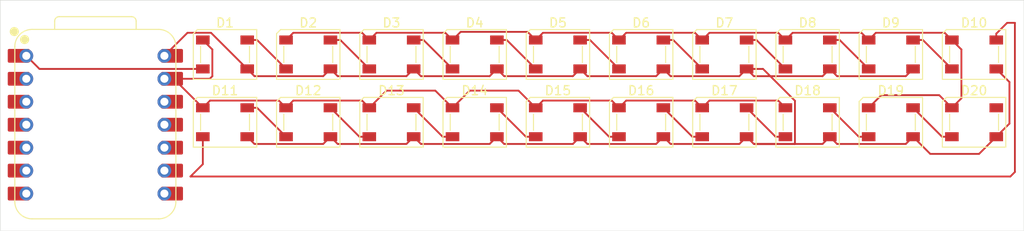
<source format=kicad_pcb>
(kicad_pcb (version 20241229) (generator "pcbnew") (generator_version "9.0")
  (layers (0 "F.Cu" signal) (2 "B.Cu" signal) (13 "F.Paste" user) (15 "B.Paste" user) (5 "F.SilkS" user "F.Silkscreen") (7 "B.SilkS" user "B.Silkscreen") (1 "F.Mask" user) (3 "B.Mask" user) (25 "Edge.Cuts" user))
  (net 0 "")
  (net 1 "Net-(D1-DIN)")
  (net 2 "Net-(D1-DOUT)")
  (net 3 "Net-(D2-DOUT)")
  (net 4 "Net-(D3-DOUT)")
  (net 5 "Net-(D4-DOUT)")
  (net 6 "Net-(D5-DOUT)")
  (net 7 "Net-(D6-DOUT)")
  (net 8 "Net-(D7-DOUT)")
  (net 9 "Net-(D8-DOUT)")
  (net 10 "Net-(D10-DIN)")
  (net 11 "Net-(D10-DOUT)")
  (net 12 "Net-(D11-DOUT)")
  (net 13 "Net-(D12-DOUT)")
  (net 14 "Net-(D13-DOUT)")
  (net 15 "Net-(D14-DOUT)")
  (net 16 "Net-(D15-DOUT)")
  (net 17 "Net-(D16-DOUT)")
  (net 18 "Net-(D17-DOUT)")
  (net 19 "Net-(D18-DOUT)")
  (net 20 "Net-(D19-DOUT)")
  (net 29 "+5V")
  (net 34 "GND")
  (footprint "LED_SMD:LED_SK6812_PLCC4_5.0x5.0mm_P3.2mm" (layer "F.Cu") (at 95.873684 100)
    (property "Reference" "D4" (at 0 -3.5 0) (layer "F.SilkS"))
    (property "Value" "SK6812")
    (fp_line (start -3.5 -2.3) (end -3.5 2.75) (stroke (width 0.12)) (layer "F.SilkS"))
    (fp_line (start -3.05 -2.75) (end -3.5 -2.3) (stroke (width 0.12)) (layer "F.SilkS"))
    (fp_line (start -2.7 -0.9) (end -2.7 0.9) (stroke (width 0.12)) (layer "F.SilkS"))
    (fp_line (start 2.7 -0.9) (end 2.7 0.9) (stroke (width 0.12)) (layer "F.SilkS"))
    (fp_line (start 3.5 -2.75) (end -3.05 -2.75) (stroke (width 0.12)) (layer "F.SilkS"))
    (fp_line (start 3.5 2.75) (end -3.5 2.75) (stroke (width 0.12)) (layer "F.SilkS"))
    (fp_line (start 3.5 2.75) (end 3.5 -2.75) (stroke (width 0.12)) (layer "F.SilkS"))
    (pad "1" smd rect (at -2.45 -1.6 180) (size 1.5 1) (layers "F.Cu" "F.Mask" "F.Paste") (net 34 "GND"))
    (pad "2" smd rect (at -2.45 1.6 180) (size 1.5 1) (layers "F.Cu" "F.Mask" "F.Paste") (net 4 "Net-(D3-DOUT)"))
    (pad "3" smd rect (at 2.45 1.6 180) (size 1.5 1) (layers "F.Cu" "F.Mask" "F.Paste") (net 29 "+5V"))
    (pad "4" smd rect (at 2.45 -1.6 180) (size 1.5 1) (layers "F.Cu" "F.Mask" "F.Paste") (net 5 "Net-(D4-DOUT)"))
  )
  (footprint "LED_SMD:LED_SK6812_PLCC4_5.0x5.0mm_P3.2mm" (layer "F.Cu") (at 77.5 107.5)
    (property "Reference" "D12" (at 0 -3.5 0) (layer "F.SilkS"))
    (property "Value" "SK6812")
    (fp_line (start -3.5 -2.3) (end -3.5 2.75) (stroke (width 0.12)) (layer "F.SilkS"))
    (fp_line (start -3.05 -2.75) (end -3.5 -2.3) (stroke (width 0.12)) (layer "F.SilkS"))
    (fp_line (start -2.7 -0.9) (end -2.7 0.9) (stroke (width 0.12)) (layer "F.SilkS"))
    (fp_line (start 2.7 -0.9) (end 2.7 0.9) (stroke (width 0.12)) (layer "F.SilkS"))
    (fp_line (start 3.5 -2.75) (end -3.05 -2.75) (stroke (width 0.12)) (layer "F.SilkS"))
    (fp_line (start 3.5 2.75) (end -3.5 2.75) (stroke (width 0.12)) (layer "F.SilkS"))
    (fp_line (start 3.5 2.75) (end 3.5 -2.75) (stroke (width 0.12)) (layer "F.SilkS"))
    (pad "1" smd rect (at -2.45 -1.6 180) (size 1.5 1) (layers "F.Cu" "F.Mask" "F.Paste") (net 34 "GND"))
    (pad "2" smd rect (at -2.45 1.6 180) (size 1.5 1) (layers "F.Cu" "F.Mask" "F.Paste") (net 12 "Net-(D11-DOUT)"))
    (pad "3" smd rect (at 2.45 1.6 180) (size 1.5 1) (layers "F.Cu" "F.Mask" "F.Paste") (net 29 "+5V"))
    (pad "4" smd rect (at 2.45 -1.6 180) (size 1.5 1) (layers "F.Cu" "F.Mask" "F.Paste") (net 13 "Net-(D12-DOUT)"))
  )
  (footprint "LED_SMD:LED_SK6812_PLCC4_5.0x5.0mm_P3.2mm" (layer "F.Cu") (at 132.621053 100)
    (property "Reference" "D8" (at 0 -3.5 0) (layer "F.SilkS"))
    (property "Value" "SK6812")
    (fp_line (start -3.5 -2.3) (end -3.5 2.75) (stroke (width 0.12)) (layer "F.SilkS"))
    (fp_line (start -3.05 -2.75) (end -3.5 -2.3) (stroke (width 0.12)) (layer "F.SilkS"))
    (fp_line (start -2.7 -0.9) (end -2.7 0.9) (stroke (width 0.12)) (layer "F.SilkS"))
    (fp_line (start 2.7 -0.9) (end 2.7 0.9) (stroke (width 0.12)) (layer "F.SilkS"))
    (fp_line (start 3.5 -2.75) (end -3.05 -2.75) (stroke (width 0.12)) (layer "F.SilkS"))
    (fp_line (start 3.5 2.75) (end -3.5 2.75) (stroke (width 0.12)) (layer "F.SilkS"))
    (fp_line (start 3.5 2.75) (end 3.5 -2.75) (stroke (width 0.12)) (layer "F.SilkS"))
    (pad "1" smd rect (at -2.45 -1.6 180) (size 1.5 1) (layers "F.Cu" "F.Mask" "F.Paste") (net 34 "GND"))
    (pad "2" smd rect (at -2.45 1.6 180) (size 1.5 1) (layers "F.Cu" "F.Mask" "F.Paste") (net 8 "Net-(D7-DOUT)"))
    (pad "3" smd rect (at 2.45 1.6 180) (size 1.5 1) (layers "F.Cu" "F.Mask" "F.Paste") (net 29 "+5V"))
    (pad "4" smd rect (at 2.45 -1.6 180) (size 1.5 1) (layers "F.Cu" "F.Mask" "F.Paste") (net 9 "Net-(D8-DOUT)"))
  )
  (footprint "Custom:XIAO-RP2040-DIP" (layer "F.Cu") (at 54 107.7685)
    (property "Reference" "U1" (hide yes))
    (property "Value" "XIAO-RP2040-DIP")
    (fp_line (start -8.89 8.509) (end -8.89 -8.636) (stroke (width 0.127)) (layer "F.SilkS"))
    (fp_line (start -6.985 10.414) (end 6.985 10.414) (stroke (width 0.127)) (layer "F.SilkS"))
    (fp_line (start -4.495 -10.541) (end -4.491272 -11.451272) (stroke (width 0.127)) (layer "F.SilkS"))
    (fp_line (start -3.991272 -11.951) (end 4.004 -11.951) (stroke (width 0.127)) (layer "F.SilkS"))
    (fp_line (start 4.504 -11.451) (end 4.504 -10.541) (stroke (width 0.127)) (layer "F.SilkS"))
    (fp_line (start 6.985 -10.541) (end -6.985 -10.541) (stroke (width 0.1)) (layer "F.SilkS"))
    (fp_line (start 6.985 -10.541) (end -6.985 -10.541) (stroke (width 0.127)) (layer "F.SilkS"))
    (fp_line (start 8.89 8.509) (end 8.89 -8.636) (stroke (width 0.127)) (layer "F.SilkS"))
    (fp_arc (start -8.89 -8.636) (mid -8.332038 -9.983038) (end -6.985 -10.541) (stroke (width 0.127)) (layer "F.SilkS"))
    (fp_arc (start -6.985 10.414) (mid -8.332038 9.856038) (end -8.89 8.509) (stroke (width 0.127)) (layer "F.SilkS"))
    (fp_arc (start -4.491272 -11.451272) (mid -4.344728 -11.80464) (end -3.991272 -11.951) (stroke (width 0.127)) (layer "F.SilkS"))
    (fp_arc (start 4.004 -11.951) (mid 4.357553 -11.804553) (end 4.504 -11.451) (stroke (width 0.127)) (layer "F.SilkS"))
    (fp_arc (start 6.985 -10.541) (mid 8.332038 -9.983038) (end 8.89 -8.636) (stroke (width 0.127)) (layer "F.SilkS"))
    (fp_arc (start 8.89 8.509) (mid 8.332038 9.856038) (end 6.985 10.414) (stroke (width 0.127)) (layer "F.SilkS"))
    (fp_circle (center -8.95 -10.3) (end -8.95 -10.554) (stroke (width 0.5)) (fill yes) (layer "F.SilkS"))
    (fp_circle (center -7.807 -9.42) (end -7.807 -9.674) (stroke (width 0.5)) (fill yes) (layer "F.SilkS"))
    (pad "1" smd roundrect (at -8.455 -7.62 180) (size 2.432 1.524) (layers "F.Cu" "F.Mask") (roundrect_rratio 0.1) (net 1 "Net-(D1-DIN)"))
    (pad "1" thru_hole circle (at -7.62 -7.62 180) (size 1.524 1.524) (drill 0.889) (layers "*.Cu" "*.Mask") (net 1 "Net-(D1-DIN)"))
    (pad "2" smd roundrect (at -8.455 -5.08 180) (size 2.432 1.524) (layers "F.Cu" "F.Mask") (roundrect_rratio 0.1))
    (pad "2" thru_hole circle (at -7.62 -5.08 180) (size 1.524 1.524) (drill 0.889) (layers "*.Cu" "*.Mask"))
    (pad "3" smd roundrect (at -8.455 -2.54 180) (size 2.432 1.524) (layers "F.Cu" "F.Mask") (roundrect_rratio 0.1))
    (pad "3" thru_hole circle (at -7.62 -2.54 180) (size 1.524 1.524) (drill 0.889) (layers "*.Cu" "*.Mask"))
    (pad "4" smd roundrect (at -8.455 0 180) (size 2.432 1.524) (layers "F.Cu" "F.Mask") (roundrect_rratio 0.1))
    (pad "4" thru_hole circle (at -7.62 0 180) (size 1.524 1.524) (drill 0.889) (layers "*.Cu" "*.Mask"))
    (pad "5" smd roundrect (at -8.455 2.54 180) (size 2.432 1.524) (layers "F.Cu" "F.Mask") (roundrect_rratio 0.1))
    (pad "5" thru_hole circle (at -7.62 2.54 180) (size 1.524 1.524) (drill 0.889) (layers "*.Cu" "*.Mask"))
    (pad "6" smd roundrect (at -8.455 5.08 180) (size 2.432 1.524) (layers "F.Cu" "F.Mask") (roundrect_rratio 0.1))
    (pad "6" thru_hole circle (at -7.62 5.08 180) (size 1.524 1.524) (drill 0.889) (layers "*.Cu" "*.Mask"))
    (pad "7" smd roundrect (at -8.455 7.62 180) (size 2.432 1.524) (layers "F.Cu" "F.Mask") (roundrect_rratio 0.1))
    (pad "7" thru_hole circle (at -7.62 7.62 180) (size 1.524 1.524) (drill 0.889) (layers "*.Cu" "*.Mask"))
    (pad "8" thru_hole circle (at 7.62 7.62) (size 1.524 1.524) (drill 0.889) (layers "*.Cu" "*.Mask"))
    (pad "8" smd roundrect (at 8.455 7.62) (size 2.432 1.524) (layers "F.Cu" "F.Mask") (roundrect_rratio 0.1))
    (pad "9" thru_hole circle (at 7.62 5.08) (size 1.524 1.524) (drill 0.889) (layers "*.Cu" "*.Mask"))
    (pad "9" smd roundrect (at 8.455 5.08) (size 2.432 1.524) (layers "F.Cu" "F.Mask") (roundrect_rratio 0.1))
    (pad "10" thru_hole circle (at 7.62 2.54) (size 1.524 1.524) (drill 0.889) (layers "*.Cu" "*.Mask"))
    (pad "10" smd roundrect (at 8.455 2.54) (size 2.432 1.524) (layers "F.Cu" "F.Mask") (roundrect_rratio 0.1))
    (pad "11" thru_hole circle (at 7.62 0) (size 1.524 1.524) (drill 0.889) (layers "*.Cu" "*.Mask"))
    (pad "11" smd roundrect (at 8.455 0) (size 2.432 1.524) (layers "F.Cu" "F.Mask") (roundrect_rratio 0.1))
    (pad "12" thru_hole circle (at 7.62 -2.54) (size 1.524 1.524) (drill 0.889) (layers "*.Cu" "*.Mask"))
    (pad "12" smd roundrect (at 8.455 -2.54) (size 2.432 1.524) (layers "F.Cu" "F.Mask") (roundrect_rratio 0.1))
    (pad "13" thru_hole circle (at 7.62 -5.08) (size 1.524 1.524) (drill 0.889) (layers "*.Cu" "*.Mask") (net 34 "GND"))
    (pad "13" smd roundrect (at 8.455 -5.08) (size 2.432 1.524) (layers "F.Cu" "F.Mask") (roundrect_rratio 0.1) (net 34 "GND"))
    (pad "14" thru_hole circle (at 7.62 -7.62) (size 1.524 1.524) (drill 0.889) (layers "*.Cu" "*.Mask") (net 29 "+5V"))
    (pad "14" smd roundrect (at 8.455 -7.62) (size 2.432 1.524) (layers "F.Cu" "F.Mask") (roundrect_rratio 0.1) (net 29 "+5V"))
  )
  (footprint "LED_SMD:LED_SK6812_PLCC4_5.0x5.0mm_P3.2mm" (layer "F.Cu") (at 123.434211 100)
    (property "Reference" "D7" (at 0 -3.5 0) (layer "F.SilkS"))
    (property "Value" "SK6812")
    (fp_line (start -3.5 -2.3) (end -3.5 2.75) (stroke (width 0.12)) (layer "F.SilkS"))
    (fp_line (start -3.05 -2.75) (end -3.5 -2.3) (stroke (width 0.12)) (layer "F.SilkS"))
    (fp_line (start -2.7 -0.9) (end -2.7 0.9) (stroke (width 0.12)) (layer "F.SilkS"))
    (fp_line (start 2.7 -0.9) (end 2.7 0.9) (stroke (width 0.12)) (layer "F.SilkS"))
    (fp_line (start 3.5 -2.75) (end -3.05 -2.75) (stroke (width 0.12)) (layer "F.SilkS"))
    (fp_line (start 3.5 2.75) (end -3.5 2.75) (stroke (width 0.12)) (layer "F.SilkS"))
    (fp_line (start 3.5 2.75) (end 3.5 -2.75) (stroke (width 0.12)) (layer "F.SilkS"))
    (pad "1" smd rect (at -2.45 -1.6 180) (size 1.5 1) (layers "F.Cu" "F.Mask" "F.Paste") (net 34 "GND"))
    (pad "2" smd rect (at -2.45 1.6 180) (size 1.5 1) (layers "F.Cu" "F.Mask" "F.Paste") (net 7 "Net-(D6-DOUT)"))
    (pad "3" smd rect (at 2.45 1.6 180) (size 1.5 1) (layers "F.Cu" "F.Mask" "F.Paste") (net 29 "+5V"))
    (pad "4" smd rect (at 2.45 -1.6 180) (size 1.5 1) (layers "F.Cu" "F.Mask" "F.Paste") (net 8 "Net-(D7-DOUT)"))
  )
  (footprint "LED_SMD:LED_SK6812_PLCC4_5.0x5.0mm_P3.2mm" (layer "F.Cu") (at 141.807895 107.5)
    (property "Reference" "D19" (at 0 -3.5 0) (layer "F.SilkS"))
    (property "Value" "SK6812")
    (fp_line (start -3.5 -2.3) (end -3.5 2.75) (stroke (width 0.12)) (layer "F.SilkS"))
    (fp_line (start -3.05 -2.75) (end -3.5 -2.3) (stroke (width 0.12)) (layer "F.SilkS"))
    (fp_line (start -2.7 -0.9) (end -2.7 0.9) (stroke (width 0.12)) (layer "F.SilkS"))
    (fp_line (start 2.7 -0.9) (end 2.7 0.9) (stroke (width 0.12)) (layer "F.SilkS"))
    (fp_line (start 3.5 -2.75) (end -3.05 -2.75) (stroke (width 0.12)) (layer "F.SilkS"))
    (fp_line (start 3.5 2.75) (end -3.5 2.75) (stroke (width 0.12)) (layer "F.SilkS"))
    (fp_line (start 3.5 2.75) (end 3.5 -2.75) (stroke (width 0.12)) (layer "F.SilkS"))
    (pad "1" smd rect (at -2.45 -1.6 180) (size 1.5 1) (layers "F.Cu" "F.Mask" "F.Paste") (net 34 "GND"))
    (pad "2" smd rect (at -2.45 1.6 180) (size 1.5 1) (layers "F.Cu" "F.Mask" "F.Paste") (net 19 "Net-(D18-DOUT)"))
    (pad "3" smd rect (at 2.45 1.6 180) (size 1.5 1) (layers "F.Cu" "F.Mask" "F.Paste") (net 29 "+5V"))
    (pad "4" smd rect (at 2.45 -1.6 180) (size 1.5 1) (layers "F.Cu" "F.Mask" "F.Paste") (net 20 "Net-(D19-DOUT)"))
  )
  (footprint "LED_SMD:LED_SK6812_PLCC4_5.0x5.0mm_P3.2mm" (layer "F.Cu") (at 68.313158 107.5)
    (property "Reference" "D11" (at 0 -3.5 0) (layer "F.SilkS"))
    (property "Value" "SK6812")
    (fp_line (start -3.5 -2.3) (end -3.5 2.75) (stroke (width 0.12)) (layer "F.SilkS"))
    (fp_line (start -3.05 -2.75) (end -3.5 -2.3) (stroke (width 0.12)) (layer "F.SilkS"))
    (fp_line (start -2.7 -0.9) (end -2.7 0.9) (stroke (width 0.12)) (layer "F.SilkS"))
    (fp_line (start 2.7 -0.9) (end 2.7 0.9) (stroke (width 0.12)) (layer "F.SilkS"))
    (fp_line (start 3.5 -2.75) (end -3.05 -2.75) (stroke (width 0.12)) (layer "F.SilkS"))
    (fp_line (start 3.5 2.75) (end -3.5 2.75) (stroke (width 0.12)) (layer "F.SilkS"))
    (fp_line (start 3.5 2.75) (end 3.5 -2.75) (stroke (width 0.12)) (layer "F.SilkS"))
    (pad "1" smd rect (at -2.45 -1.6 180) (size 1.5 1) (layers "F.Cu" "F.Mask" "F.Paste") (net 34 "GND"))
    (pad "2" smd rect (at -2.45 1.6 180) (size 1.5 1) (layers "F.Cu" "F.Mask" "F.Paste") (net 11 "Net-(D10-DOUT)"))
    (pad "3" smd rect (at 2.45 1.6 180) (size 1.5 1) (layers "F.Cu" "F.Mask" "F.Paste") (net 29 "+5V"))
    (pad "4" smd rect (at 2.45 -1.6 180) (size 1.5 1) (layers "F.Cu" "F.Mask" "F.Paste") (net 12 "Net-(D11-DOUT)"))
  )
  (footprint "LED_SMD:LED_SK6812_PLCC4_5.0x5.0mm_P3.2mm" (layer "F.Cu") (at 114.247369 107.5)
    (property "Reference" "D16" (at 0 -3.5 0) (layer "F.SilkS"))
    (property "Value" "SK6812")
    (fp_line (start -3.5 -2.3) (end -3.5 2.75) (stroke (width 0.12)) (layer "F.SilkS"))
    (fp_line (start -3.05 -2.75) (end -3.5 -2.3) (stroke (width 0.12)) (layer "F.SilkS"))
    (fp_line (start -2.7 -0.9) (end -2.7 0.9) (stroke (width 0.12)) (layer "F.SilkS"))
    (fp_line (start 2.7 -0.9) (end 2.7 0.9) (stroke (width 0.12)) (layer "F.SilkS"))
    (fp_line (start 3.5 -2.75) (end -3.05 -2.75) (stroke (width 0.12)) (layer "F.SilkS"))
    (fp_line (start 3.5 2.75) (end -3.5 2.75) (stroke (width 0.12)) (layer "F.SilkS"))
    (fp_line (start 3.5 2.75) (end 3.5 -2.75) (stroke (width 0.12)) (layer "F.SilkS"))
    (pad "1" smd rect (at -2.45 -1.6 180) (size 1.5 1) (layers "F.Cu" "F.Mask" "F.Paste") (net 34 "GND"))
    (pad "2" smd rect (at -2.45 1.6 180) (size 1.5 1) (layers "F.Cu" "F.Mask" "F.Paste") (net 16 "Net-(D15-DOUT)"))
    (pad "3" smd rect (at 2.45 1.6 180) (size 1.5 1) (layers "F.Cu" "F.Mask" "F.Paste") (net 29 "+5V"))
    (pad "4" smd rect (at 2.45 -1.6 180) (size 1.5 1) (layers "F.Cu" "F.Mask" "F.Paste") (net 17 "Net-(D16-DOUT)"))
  )
  (footprint "LED_SMD:LED_SK6812_PLCC4_5.0x5.0mm_P3.2mm" (layer "F.Cu") (at 105.060526 100)
    (property "Reference" "D5" (at 0 -3.5 0) (layer "F.SilkS"))
    (property "Value" "SK6812")
    (fp_line (start -3.5 -2.3) (end -3.5 2.75) (stroke (width 0.12)) (layer "F.SilkS"))
    (fp_line (start -3.05 -2.75) (end -3.5 -2.3) (stroke (width 0.12)) (layer "F.SilkS"))
    (fp_line (start -2.7 -0.9) (end -2.7 0.9) (stroke (width 0.12)) (layer "F.SilkS"))
    (fp_line (start 2.7 -0.9) (end 2.7 0.9) (stroke (width 0.12)) (layer "F.SilkS"))
    (fp_line (start 3.5 -2.75) (end -3.05 -2.75) (stroke (width 0.12)) (layer "F.SilkS"))
    (fp_line (start 3.5 2.75) (end -3.5 2.75) (stroke (width 0.12)) (layer "F.SilkS"))
    (fp_line (start 3.5 2.75) (end 3.5 -2.75) (stroke (width 0.12)) (layer "F.SilkS"))
    (pad "1" smd rect (at -2.45 -1.6 180) (size 1.5 1) (layers "F.Cu" "F.Mask" "F.Paste") (net 34 "GND"))
    (pad "2" smd rect (at -2.45 1.6 180) (size 1.5 1) (layers "F.Cu" "F.Mask" "F.Paste") (net 5 "Net-(D4-DOUT)"))
    (pad "3" smd rect (at 2.45 1.6 180) (size 1.5 1) (layers "F.Cu" "F.Mask" "F.Paste") (net 29 "+5V"))
    (pad "4" smd rect (at 2.45 -1.6 180) (size 1.5 1) (layers "F.Cu" "F.Mask" "F.Paste") (net 6 "Net-(D5-DOUT)"))
  )
  (footprint "LED_SMD:LED_SK6812_PLCC4_5.0x5.0mm_P3.2mm" (layer "F.Cu") (at 150.994737 107.5)
    (property "Reference" "D20" (at 0 -3.5 0) (layer "F.SilkS"))
    (property "Value" "SK6812")
    (fp_line (start -3.5 -2.3) (end -3.5 2.75) (stroke (width 0.12)) (layer "F.SilkS"))
    (fp_line (start -3.05 -2.75) (end -3.5 -2.3) (stroke (width 0.12)) (layer "F.SilkS"))
    (fp_line (start -2.7 -0.9) (end -2.7 0.9) (stroke (width 0.12)) (layer "F.SilkS"))
    (fp_line (start 2.7 -0.9) (end 2.7 0.9) (stroke (width 0.12)) (layer "F.SilkS"))
    (fp_line (start 3.5 -2.75) (end -3.05 -2.75) (stroke (width 0.12)) (layer "F.SilkS"))
    (fp_line (start 3.5 2.75) (end -3.5 2.75) (stroke (width 0.12)) (layer "F.SilkS"))
    (fp_line (start 3.5 2.75) (end 3.5 -2.75) (stroke (width 0.12)) (layer "F.SilkS"))
    (pad "1" smd rect (at -2.45 -1.6 180) (size 1.5 1) (layers "F.Cu" "F.Mask" "F.Paste") (net 34 "GND"))
    (pad "2" smd rect (at -2.45 1.6 180) (size 1.5 1) (layers "F.Cu" "F.Mask" "F.Paste") (net 20 "Net-(D19-DOUT)"))
    (pad "3" smd rect (at 2.45 1.6 180) (size 1.5 1) (layers "F.Cu" "F.Mask" "F.Paste") (net 29 "+5V"))
    (pad "4" smd rect (at 2.45 -1.6 180) (size 1.5 1) (layers "F.Cu" "F.Mask" "F.Paste"))
  )
  (footprint "LED_SMD:LED_SK6812_PLCC4_5.0x5.0mm_P3.2mm" (layer "F.Cu") (at 132.621053 107.5)
    (property "Reference" "D18" (at 0 -3.5 0) (layer "F.SilkS"))
    (property "Value" "SK6812")
    (fp_line (start -3.5 -2.3) (end -3.5 2.75) (stroke (width 0.12)) (layer "F.SilkS"))
    (fp_line (start -3.05 -2.75) (end -3.5 -2.3) (stroke (width 0.12)) (layer "F.SilkS"))
    (fp_line (start -2.7 -0.9) (end -2.7 0.9) (stroke (width 0.12)) (layer "F.SilkS"))
    (fp_line (start 2.7 -0.9) (end 2.7 0.9) (stroke (width 0.12)) (layer "F.SilkS"))
    (fp_line (start 3.5 -2.75) (end -3.05 -2.75) (stroke (width 0.12)) (layer "F.SilkS"))
    (fp_line (start 3.5 2.75) (end -3.5 2.75) (stroke (width 0.12)) (layer "F.SilkS"))
    (fp_line (start 3.5 2.75) (end 3.5 -2.75) (stroke (width 0.12)) (layer "F.SilkS"))
    (pad "1" smd rect (at -2.45 -1.6 180) (size 1.5 1) (layers "F.Cu" "F.Mask" "F.Paste") (net 34 "GND"))
    (pad "2" smd rect (at -2.45 1.6 180) (size 1.5 1) (layers "F.Cu" "F.Mask" "F.Paste") (net 18 "Net-(D17-DOUT)"))
    (pad "3" smd rect (at 2.45 1.6 180) (size 1.5 1) (layers "F.Cu" "F.Mask" "F.Paste") (net 29 "+5V"))
    (pad "4" smd rect (at 2.45 -1.6 180) (size 1.5 1) (layers "F.Cu" "F.Mask" "F.Paste") (net 19 "Net-(D18-DOUT)"))
  )
  (footprint "LED_SMD:LED_SK6812_PLCC4_5.0x5.0mm_P3.2mm" (layer "F.Cu") (at 77.5 100)
    (property "Reference" "D2" (at 0 -3.5 0) (layer "F.SilkS"))
    (property "Value" "SK6812")
    (fp_line (start -3.5 -2.3) (end -3.5 2.75) (stroke (width 0.12)) (layer "F.SilkS"))
    (fp_line (start -3.05 -2.75) (end -3.5 -2.3) (stroke (width 0.12)) (layer "F.SilkS"))
    (fp_line (start -2.7 -0.9) (end -2.7 0.9) (stroke (width 0.12)) (layer "F.SilkS"))
    (fp_line (start 2.7 -0.9) (end 2.7 0.9) (stroke (width 0.12)) (layer "F.SilkS"))
    (fp_line (start 3.5 -2.75) (end -3.05 -2.75) (stroke (width 0.12)) (layer "F.SilkS"))
    (fp_line (start 3.5 2.75) (end -3.5 2.75) (stroke (width 0.12)) (layer "F.SilkS"))
    (fp_line (start 3.5 2.75) (end 3.5 -2.75) (stroke (width 0.12)) (layer "F.SilkS"))
    (pad "1" smd rect (at -2.45 -1.6 180) (size 1.5 1) (layers "F.Cu" "F.Mask" "F.Paste") (net 34 "GND"))
    (pad "2" smd rect (at -2.45 1.6 180) (size 1.5 1) (layers "F.Cu" "F.Mask" "F.Paste") (net 2 "Net-(D1-DOUT)"))
    (pad "3" smd rect (at 2.45 1.6 180) (size 1.5 1) (layers "F.Cu" "F.Mask" "F.Paste") (net 29 "+5V"))
    (pad "4" smd rect (at 2.45 -1.6 180) (size 1.5 1) (layers "F.Cu" "F.Mask" "F.Paste") (net 3 "Net-(D2-DOUT)"))
  )
  (footprint "LED_SMD:LED_SK6812_PLCC4_5.0x5.0mm_P3.2mm" (layer "F.Cu") (at 114.247369 100)
    (property "Reference" "D6" (at 0 -3.5 0) (layer "F.SilkS"))
    (property "Value" "SK6812")
    (fp_line (start -3.5 -2.3) (end -3.5 2.75) (stroke (width 0.12)) (layer "F.SilkS"))
    (fp_line (start -3.05 -2.75) (end -3.5 -2.3) (stroke (width 0.12)) (layer "F.SilkS"))
    (fp_line (start -2.7 -0.9) (end -2.7 0.9) (stroke (width 0.12)) (layer "F.SilkS"))
    (fp_line (start 2.7 -0.9) (end 2.7 0.9) (stroke (width 0.12)) (layer "F.SilkS"))
    (fp_line (start 3.5 -2.75) (end -3.05 -2.75) (stroke (width 0.12)) (layer "F.SilkS"))
    (fp_line (start 3.5 2.75) (end -3.5 2.75) (stroke (width 0.12)) (layer "F.SilkS"))
    (fp_line (start 3.5 2.75) (end 3.5 -2.75) (stroke (width 0.12)) (layer "F.SilkS"))
    (pad "1" smd rect (at -2.45 -1.6 180) (size 1.5 1) (layers "F.Cu" "F.Mask" "F.Paste") (net 34 "GND"))
    (pad "2" smd rect (at -2.45 1.6 180) (size 1.5 1) (layers "F.Cu" "F.Mask" "F.Paste") (net 6 "Net-(D5-DOUT)"))
    (pad "3" smd rect (at 2.45 1.6 180) (size 1.5 1) (layers "F.Cu" "F.Mask" "F.Paste") (net 29 "+5V"))
    (pad "4" smd rect (at 2.45 -1.6 180) (size 1.5 1) (layers "F.Cu" "F.Mask" "F.Paste") (net 7 "Net-(D6-DOUT)"))
  )
  (footprint "LED_SMD:LED_SK6812_PLCC4_5.0x5.0mm_P3.2mm" (layer "F.Cu") (at 86.686842 100)
    (property "Reference" "D3" (at 0 -3.5 0) (layer "F.SilkS"))
    (property "Value" "SK6812" (hide yes))
    (fp_line (start -3.5 -2.3) (end -3.5 2.75) (stroke (width 0.12)) (layer "F.SilkS"))
    (fp_line (start -3.05 -2.75) (end -3.5 -2.3) (stroke (width 0.12)) (layer "F.SilkS"))
    (fp_line (start -2.7 -0.9) (end -2.7 0.9) (stroke (width 0.12)) (layer "F.SilkS"))
    (fp_line (start 2.7 -0.9) (end 2.7 0.9) (stroke (width 0.12)) (layer "F.SilkS"))
    (fp_line (start 3.5 -2.75) (end -3.05 -2.75) (stroke (width 0.12)) (layer "F.SilkS"))
    (fp_line (start 3.5 2.75) (end -3.5 2.75) (stroke (width 0.12)) (layer "F.SilkS"))
    (fp_line (start 3.5 2.75) (end 3.5 -2.75) (stroke (width 0.12)) (layer "F.SilkS"))
    (pad "1" smd rect (at -2.45 -1.6 180) (size 1.5 1) (layers "F.Cu" "F.Mask" "F.Paste") (net 34 "GND"))
    (pad "2" smd rect (at -2.45 1.6 180) (size 1.5 1) (layers "F.Cu" "F.Mask" "F.Paste") (net 3 "Net-(D2-DOUT)"))
    (pad "3" smd rect (at 2.45 1.6 180) (size 1.5 1) (layers "F.Cu" "F.Mask" "F.Paste") (net 29 "+5V"))
    (pad "4" smd rect (at 2.45 -1.6 180) (size 1.5 1) (layers "F.Cu" "F.Mask" "F.Paste") (net 4 "Net-(D3-DOUT)"))
  )
  (footprint "LED_SMD:LED_SK6812_PLCC4_5.0x5.0mm_P3.2mm" (layer "F.Cu") (at 68.313158 100)
    (property "Reference" "D1" (at 0 -3.5 0) (layer "F.SilkS"))
    (property "Value" "SK6812")
    (fp_line (start -3.5 -2.3) (end -3.5 2.75) (stroke (width 0.12)) (layer "F.SilkS"))
    (fp_line (start -3.05 -2.75) (end -3.5 -2.3) (stroke (width 0.12)) (layer "F.SilkS"))
    (fp_line (start -2.7 -0.9) (end -2.7 0.9) (stroke (width 0.12)) (layer "F.SilkS"))
    (fp_line (start 2.7 -0.9) (end 2.7 0.9) (stroke (width 0.12)) (layer "F.SilkS"))
    (fp_line (start 3.5 -2.75) (end -3.05 -2.75) (stroke (width 0.12)) (layer "F.SilkS"))
    (fp_line (start 3.5 2.75) (end -3.5 2.75) (stroke (width 0.12)) (layer "F.SilkS"))
    (fp_line (start 3.5 2.75) (end 3.5 -2.75) (stroke (width 0.12)) (layer "F.SilkS"))
    (pad "1" smd rect (at -2.45 -1.6 180) (size 1.5 1) (layers "F.Cu" "F.Mask" "F.Paste") (net 34 "GND"))
    (pad "2" smd rect (at -2.45 1.6 180) (size 1.5 1) (layers "F.Cu" "F.Mask" "F.Paste") (net 1 "Net-(D1-DIN)"))
    (pad "3" smd rect (at 2.45 1.6 180) (size 1.5 1) (layers "F.Cu" "F.Mask" "F.Paste") (net 29 "+5V"))
    (pad "4" smd rect (at 2.45 -1.6 180) (size 1.5 1) (layers "F.Cu" "F.Mask" "F.Paste") (net 2 "Net-(D1-DOUT)"))
  )
  (footprint "LED_SMD:LED_SK6812_PLCC4_5.0x5.0mm_P3.2mm" (layer "F.Cu") (at 95.873684 107.5)
    (property "Reference" "D14" (at 0 -3.5 0) (layer "F.SilkS"))
    (property "Value" "SK6812")
    (fp_line (start -3.5 -2.3) (end -3.5 2.75) (stroke (width 0.12)) (layer "F.SilkS"))
    (fp_line (start -3.05 -2.75) (end -3.5 -2.3) (stroke (width 0.12)) (layer "F.SilkS"))
    (fp_line (start -2.7 -0.9) (end -2.7 0.9) (stroke (width 0.12)) (layer "F.SilkS"))
    (fp_line (start 2.7 -0.9) (end 2.7 0.9) (stroke (width 0.12)) (layer "F.SilkS"))
    (fp_line (start 3.5 -2.75) (end -3.05 -2.75) (stroke (width 0.12)) (layer "F.SilkS"))
    (fp_line (start 3.5 2.75) (end -3.5 2.75) (stroke (width 0.12)) (layer "F.SilkS"))
    (fp_line (start 3.5 2.75) (end 3.5 -2.75) (stroke (width 0.12)) (layer "F.SilkS"))
    (pad "1" smd rect (at -2.45 -1.6 180) (size 1.5 1) (layers "F.Cu" "F.Mask" "F.Paste") (net 34 "GND"))
    (pad "2" smd rect (at -2.45 1.6 180) (size 1.5 1) (layers "F.Cu" "F.Mask" "F.Paste") (net 14 "Net-(D13-DOUT)"))
    (pad "3" smd rect (at 2.45 1.6 180) (size 1.5 1) (layers "F.Cu" "F.Mask" "F.Paste") (net 29 "+5V"))
    (pad "4" smd rect (at 2.45 -1.6 180) (size 1.5 1) (layers "F.Cu" "F.Mask" "F.Paste") (net 15 "Net-(D14-DOUT)"))
  )
  (footprint "LED_SMD:LED_SK6812_PLCC4_5.0x5.0mm_P3.2mm" (layer "F.Cu") (at 105.060526 107.5)
    (property "Reference" "D15" (at 0 -3.5 0) (layer "F.SilkS"))
    (property "Value" "SK6812")
    (fp_line (start -3.5 -2.3) (end -3.5 2.75) (stroke (width 0.12)) (layer "F.SilkS"))
    (fp_line (start -3.05 -2.75) (end -3.5 -2.3) (stroke (width 0.12)) (layer "F.SilkS"))
    (fp_line (start -2.7 -0.9) (end -2.7 0.9) (stroke (width 0.12)) (layer "F.SilkS"))
    (fp_line (start 2.7 -0.9) (end 2.7 0.9) (stroke (width 0.12)) (layer "F.SilkS"))
    (fp_line (start 3.5 -2.75) (end -3.05 -2.75) (stroke (width 0.12)) (layer "F.SilkS"))
    (fp_line (start 3.5 2.75) (end -3.5 2.75) (stroke (width 0.12)) (layer "F.SilkS"))
    (fp_line (start 3.5 2.75) (end 3.5 -2.75) (stroke (width 0.12)) (layer "F.SilkS"))
    (pad "1" smd rect (at -2.45 -1.6 180) (size 1.5 1) (layers "F.Cu" "F.Mask" "F.Paste") (net 34 "GND"))
    (pad "2" smd rect (at -2.45 1.6 180) (size 1.5 1) (layers "F.Cu" "F.Mask" "F.Paste") (net 15 "Net-(D14-DOUT)"))
    (pad "3" smd rect (at 2.45 1.6 180) (size 1.5 1) (layers "F.Cu" "F.Mask" "F.Paste") (net 29 "+5V"))
    (pad "4" smd rect (at 2.45 -1.6 180) (size 1.5 1) (layers "F.Cu" "F.Mask" "F.Paste") (net 16 "Net-(D15-DOUT)"))
  )
  (footprint "LED_SMD:LED_SK6812_PLCC4_5.0x5.0mm_P3.2mm" (layer "F.Cu") (at 141.807895 100)
    (property "Reference" "D9" (at 0 -3.5 0) (layer "F.SilkS"))
    (property "Value" "SK6812")
    (fp_line (start -3.5 -2.3) (end -3.5 2.75) (stroke (width 0.12)) (layer "F.SilkS"))
    (fp_line (start -3.05 -2.75) (end -3.5 -2.3) (stroke (width 0.12)) (layer "F.SilkS"))
    (fp_line (start -2.7 -0.9) (end -2.7 0.9) (stroke (width 0.12)) (layer "F.SilkS"))
    (fp_line (start 2.7 -0.9) (end 2.7 0.9) (stroke (width 0.12)) (layer "F.SilkS"))
    (fp_line (start 3.5 -2.75) (end -3.05 -2.75) (stroke (width 0.12)) (layer "F.SilkS"))
    (fp_line (start 3.5 2.75) (end -3.5 2.75) (stroke (width 0.12)) (layer "F.SilkS"))
    (fp_line (start 3.5 2.75) (end 3.5 -2.75) (stroke (width 0.12)) (layer "F.SilkS"))
    (pad "1" smd rect (at -2.45 -1.6 180) (size 1.5 1) (layers "F.Cu" "F.Mask" "F.Paste") (net 34 "GND"))
    (pad "2" smd rect (at -2.45 1.6 180) (size 1.5 1) (layers "F.Cu" "F.Mask" "F.Paste") (net 9 "Net-(D8-DOUT)"))
    (pad "3" smd rect (at 2.45 1.6 180) (size 1.5 1) (layers "F.Cu" "F.Mask" "F.Paste") (net 29 "+5V"))
    (pad "4" smd rect (at 2.45 -1.6 180) (size 1.5 1) (layers "F.Cu" "F.Mask" "F.Paste") (net 10 "Net-(D10-DIN)"))
  )
  (footprint "LED_SMD:LED_SK6812_PLCC4_5.0x5.0mm_P3.2mm" (layer "F.Cu") (at 123.434211 107.5)
    (property "Reference" "D17" (at 0 -3.5 0) (layer "F.SilkS"))
    (property "Value" "SK6812")
    (fp_line (start -3.5 -2.3) (end -3.5 2.75) (stroke (width 0.12)) (layer "F.SilkS"))
    (fp_line (start -3.05 -2.75) (end -3.5 -2.3) (stroke (width 0.12)) (layer "F.SilkS"))
    (fp_line (start -2.7 -0.9) (end -2.7 0.9) (stroke (width 0.12)) (layer "F.SilkS"))
    (fp_line (start 2.7 -0.9) (end 2.7 0.9) (stroke (width 0.12)) (layer "F.SilkS"))
    (fp_line (start 3.5 -2.75) (end -3.05 -2.75) (stroke (width 0.12)) (layer "F.SilkS"))
    (fp_line (start 3.5 2.75) (end -3.5 2.75) (stroke (width 0.12)) (layer "F.SilkS"))
    (fp_line (start 3.5 2.75) (end 3.5 -2.75) (stroke (width 0.12)) (layer "F.SilkS"))
    (pad "1" smd rect (at -2.45 -1.6 180) (size 1.5 1) (layers "F.Cu" "F.Mask" "F.Paste") (net 34 "GND"))
    (pad "2" smd rect (at -2.45 1.6 180) (size 1.5 1) (layers "F.Cu" "F.Mask" "F.Paste") (net 17 "Net-(D16-DOUT)"))
    (pad "3" smd rect (at 2.45 1.6 180) (size 1.5 1) (layers "F.Cu" "F.Mask" "F.Paste") (net 29 "+5V"))
    (pad "4" smd rect (at 2.45 -1.6 180) (size 1.5 1) (layers "F.Cu" "F.Mask" "F.Paste") (net 18 "Net-(D17-DOUT)"))
  )
  (footprint "LED_SMD:LED_SK6812_PLCC4_5.0x5.0mm_P3.2mm" (layer "F.Cu") (at 150.994737 100)
    (property "Reference" "D10" (at 0 -3.5 0) (layer "F.SilkS"))
    (property "Value" "SK6812")
    (fp_line (start -3.5 -2.3) (end -3.5 2.75) (stroke (width 0.12)) (layer "F.SilkS"))
    (fp_line (start -3.05 -2.75) (end -3.5 -2.3) (stroke (width 0.12)) (layer "F.SilkS"))
    (fp_line (start -2.7 -0.9) (end -2.7 0.9) (stroke (width 0.12)) (layer "F.SilkS"))
    (fp_line (start 2.7 -0.9) (end 2.7 0.9) (stroke (width 0.12)) (layer "F.SilkS"))
    (fp_line (start 3.5 -2.75) (end -3.05 -2.75) (stroke (width 0.12)) (layer "F.SilkS"))
    (fp_line (start 3.5 2.75) (end -3.5 2.75) (stroke (width 0.12)) (layer "F.SilkS"))
    (fp_line (start 3.5 2.75) (end 3.5 -2.75) (stroke (width 0.12)) (layer "F.SilkS"))
    (pad "1" smd rect (at -2.45 -1.6 180) (size 1.5 1) (layers "F.Cu" "F.Mask" "F.Paste") (net 34 "GND"))
    (pad "2" smd rect (at -2.45 1.6 180) (size 1.5 1) (layers "F.Cu" "F.Mask" "F.Paste") (net 10 "Net-(D10-DIN)"))
    (pad "3" smd rect (at 2.45 1.6 180) (size 1.5 1) (layers "F.Cu" "F.Mask" "F.Paste") (net 29 "+5V"))
    (pad "4" smd rect (at 2.45 -1.6 180) (size 1.5 1) (layers "F.Cu" "F.Mask" "F.Paste") (net 11 "Net-(D10-DOUT)"))
  )
  (footprint "LED_SMD:LED_SK6812_PLCC4_5.0x5.0mm_P3.2mm" (layer "F.Cu") (at 86.686842 107.5)
    (property "Reference" "D13" (at 0 -3.5 0) (layer "F.SilkS"))
    (property "Value" "SK6812")
    (fp_line (start -3.5 -2.3) (end -3.5 2.75) (stroke (width 0.12)) (layer "F.SilkS"))
    (fp_line (start -3.05 -2.75) (end -3.5 -2.3) (stroke (width 0.12)) (layer "F.SilkS"))
    (fp_line (start -2.7 -0.9) (end -2.7 0.9) (stroke (width 0.12)) (layer "F.SilkS"))
    (fp_line (start 2.7 -0.9) (end 2.7 0.9) (stroke (width 0.12)) (layer "F.SilkS"))
    (fp_line (start 3.5 -2.75) (end -3.05 -2.75) (stroke (width 0.12)) (layer "F.SilkS"))
    (fp_line (start 3.5 2.75) (end -3.5 2.75) (stroke (width 0.12)) (layer "F.SilkS"))
    (fp_line (start 3.5 2.75) (end 3.5 -2.75) (stroke (width 0.12)) (layer "F.SilkS"))
    (pad "1" smd rect (at -2.45 -1.6 180) (size 1.5 1) (layers "F.Cu" "F.Mask" "F.Paste") (net 34 "GND"))
    (pad "2" smd rect (at -2.45 1.6 180) (size 1.5 1) (layers "F.Cu" "F.Mask" "F.Paste") (net 13 "Net-(D12-DOUT)"))
    (pad "3" smd rect (at 2.45 1.6 180) (size 1.5 1) (layers "F.Cu" "F.Mask" "F.Paste") (net 29 "+5V"))
    (pad "4" smd rect (at 2.45 -1.6 180) (size 1.5 1) (layers "F.Cu" "F.Mask" "F.Paste") (net 14 "Net-(D13-DOUT)"))
  )
  (gr_rect (start 43.5 94) (end 156.5 119.5) (stroke (width 0.05)) (fill no) (layer "Edge.Cuts"))
  (segment (start 46.38 100.1485) (end 47.8315 101.6) (width 0.2) (layer "F.Cu") (net 1))
  (segment (start 47.8315 101.6) (end 65.863158 101.6) (width 0.2) (layer "F.Cu") (net 1))
  (segment (start 71.85 98.4) (end 75.05 101.6) (width 0.2) (layer "F.Cu") (net 2))
  (segment (start 70.763158 98.4) (end 71.85 98.4) (width 0.2) (layer "F.Cu") (net 2))
  (segment (start 79.95 98.4) (end 81.036842 98.4) (width 0.2) (layer "F.Cu") (net 3))
  (segment (start 81.036842 98.4) (end 84.236842 101.6) (width 0.2) (layer "F.Cu") (net 3))
  (segment (start 89.136842 98.4) (end 90.223684 98.4) (width 0.2) (layer "F.Cu") (net 4))
  (segment (start 90.223684 98.4) (end 93.423684 101.6) (width 0.2) (layer "F.Cu") (net 4))
  (segment (start 99.410526 98.4) (end 102.610526 101.6) (width 0.2) (layer "F.Cu") (net 5))
  (segment (start 98.323684 98.4) (end 99.410526 98.4) (width 0.2) (layer "F.Cu") (net 5))
  (segment (start 107.510526 98.4) (end 108.597369 98.4) (width 0.2) (layer "F.Cu") (net 6))
  (segment (start 108.597369 98.4) (end 111.797369 101.6) (width 0.2) (layer "F.Cu") (net 6))
  (segment (start 117.784211 98.4) (end 120.984211 101.6) (width 0.2) (layer "F.Cu") (net 7))
  (segment (start 116.697369 98.4) (end 117.784211 98.4) (width 0.2) (layer "F.Cu") (net 7))
  (segment (start 125.884211 98.4) (end 126.971053 98.4) (width 0.2) (layer "F.Cu") (net 8))
  (segment (start 126.971053 98.4) (end 130.171053 101.6) (width 0.2) (layer "F.Cu") (net 8))
  (segment (start 135.071053 98.4) (end 136.157895 98.4) (width 0.2) (layer "F.Cu") (net 9))
  (segment (start 136.157895 98.4) (end 139.357895 101.6) (width 0.2) (layer "F.Cu") (net 9))
  (segment (start 145.344737 98.4) (end 148.544737 101.6) (width 0.2) (layer "F.Cu") (net 10))
  (segment (start 144.257895 98.4) (end 145.344737 98.4) (width 0.2) (layer "F.Cu") (net 10))
  (segment (start 155.5 113) (end 155 113.5) (width 0.2) (layer "F.Cu") (net 11))
  (segment (start 155 113.5) (end 64.5 113.5) (width 0.2) (layer "F.Cu") (net 11))
  (segment (start 65.863158 112.136842) (end 65.863158 109.1) (width 0.2) (layer "F.Cu") (net 11))
  (segment (start 64.5 113.5) (end 65.863158 112.136842) (width 0.2) (layer "F.Cu") (net 11))
  (segment (start 153.444737 98.4) (end 153.444737 97.7) (width 0.2) (layer "F.Cu") (net 11))
  (segment (start 154.644737 96.5) (end 155.5 96.5) (width 0.2) (layer "F.Cu") (net 11))
  (segment (start 153.444737 97.7) (end 154.644737 96.5) (width 0.2) (layer "F.Cu") (net 11))
  (segment (start 155.5 96.5) (end 155.5 113) (width 0.2) (layer "F.Cu") (net 11))
  (segment (start 70.763158 105.9) (end 71.85 105.9) (width 0.2) (layer "F.Cu") (net 12))
  (segment (start 71.85 105.9) (end 75.05 109.1) (width 0.2) (layer "F.Cu") (net 12))
  (segment (start 84.236842 109.1) (end 83.15 109.1) (width 0.2) (layer "F.Cu") (net 13))
  (segment (start 83.15 109.1) (end 79.95 105.9) (width 0.2) (layer "F.Cu") (net 13))
  (segment (start 92.336842 109.1) (end 89.136842 105.9) (width 0.2) (layer "F.Cu") (net 14))
  (segment (start 93.423684 109.1) (end 92.336842 109.1) (width 0.2) (layer "F.Cu") (net 14))
  (segment (start 102.610526 109.1) (end 101.523684 109.1) (width 0.2) (layer "F.Cu") (net 15))
  (segment (start 101.523684 109.1) (end 98.323684 105.9) (width 0.2) (layer "F.Cu") (net 15))
  (segment (start 111.797369 109.1) (end 110.710526 109.1) (width 0.2) (layer "F.Cu") (net 16))
  (segment (start 110.710526 109.1) (end 107.510526 105.9) (width 0.2) (layer "F.Cu") (net 16))
  (segment (start 120.984211 109.1) (end 119.897369 109.1) (width 0.2) (layer "F.Cu") (net 17))
  (segment (start 119.897369 109.1) (end 116.697369 105.9) (width 0.2) (layer "F.Cu") (net 17))
  (segment (start 130.171053 109.1) (end 129.084211 109.1) (width 0.2) (layer "F.Cu") (net 18))
  (segment (start 129.084211 109.1) (end 125.884211 105.9) (width 0.2) (layer "F.Cu") (net 18))
  (segment (start 139.357895 109.1) (end 138.271053 109.1) (width 0.2) (layer "F.Cu") (net 19))
  (segment (start 138.271053 109.1) (end 135.071053 105.9) (width 0.2) (layer "F.Cu") (net 19))
  (segment (start 147.457895 109.1) (end 144.257895 105.9) (width 0.2) (layer "F.Cu") (net 20))
  (segment (start 148.544737 109.1) (end 147.457895 109.1) (width 0.2) (layer "F.Cu") (net 20))
  (segment (start 98.323684 101.6) (end 99.124684 102.401) (width 0.2) (layer "F.Cu") (net 29))
  (segment (start 143.456895 109.901) (end 135.872053 109.901) (width 0.2) (layer "F.Cu") (net 29))
  (segment (start 127.699 101.6) (end 125.884211 101.6) (width 0.2) (layer "F.Cu") (net 29))
  (segment (start 134.270053 109.901) (end 126.685211 109.901) (width 0.2) (layer "F.Cu") (net 29))
  (segment (start 80.751 109.901) (end 79.95 109.1) (width 0.2) (layer "F.Cu") (net 29))
  (segment (start 106.709526 109.901) (end 99.124684 109.901) (width 0.2) (layer "F.Cu") (net 29))
  (segment (start 107.510526 109.1) (end 106.709526 109.901) (width 0.2) (layer "F.Cu") (net 29))
  (segment (start 117.498369 109.901) (end 116.697369 109.1) (width 0.2) (layer "F.Cu") (net 29))
  (segment (start 146.157895 111) (end 144.257895 109.1) (width 0.2) (layer "F.Cu") (net 29))
  (segment (start 151.544737 111) (end 146.157895 111) (width 0.2) (layer "F.Cu") (net 29))
  (segment (start 125.884211 109.1) (end 125.083211 109.901) (width 0.2) (layer "F.Cu") (net 29))
  (segment (start 89.937842 102.401) (end 97.522684 102.401) (width 0.2) (layer "F.Cu") (net 29))
  (segment (start 117.498369 102.401) (end 125.083211 102.401) (width 0.2) (layer "F.Cu") (net 29))
  (segment (start 126.685211 102.401) (end 134.270053 102.401) (width 0.2) (layer "F.Cu") (net 29))
  (segment (start 70.763158 101.6) (end 71.564158 102.401) (width 0.2) (layer "F.Cu") (net 29))
  (segment (start 134.270053 102.401) (end 135.071053 101.6) (width 0.2) (layer "F.Cu") (net 29))
  (segment (start 115.896369 102.401) (end 116.697369 101.6) (width 0.2) (layer "F.Cu") (net 29))
  (segment (start 79.149 109.901) (end 71.564158 109.901) (width 0.2) (layer "F.Cu") (net 29))
  (segment (start 61.62 100.1485) (end 64.1695 97.599) (width 0.2) (layer "F.Cu") (net 29))
  (segment (start 125.083211 102.401) (end 125.884211 101.6) (width 0.2) (layer "F.Cu") (net 29))
  (segment (start 71.564158 102.401) (end 79.149 102.401) (width 0.2) (layer "F.Cu") (net 29))
  (segment (start 135.872053 102.401) (end 143.456895 102.401) (width 0.2) (layer "F.Cu") (net 29))
  (segment (start 108.311526 109.901) (end 107.510526 109.1) (width 0.2) (layer "F.Cu") (net 29))
  (segment (start 99.124684 109.901) (end 98.323684 109.1) (width 0.2) (layer "F.Cu") (net 29))
  (segment (start 135.872053 109.901) (end 135.071053 109.1) (width 0.2) (layer "F.Cu") (net 29))
  (segment (start 153.444737 101.6) (end 154.899 103.054263) (width 0.2) (layer "F.Cu") (net 29))
  (segment (start 97.522684 109.901) (end 89.937842 109.901) (width 0.2) (layer "F.Cu") (net 29))
  (segment (start 89.937842 109.901) (end 89.136842 109.1) (width 0.2) (layer "F.Cu") (net 29))
  (segment (start 97.522684 102.401) (end 98.323684 101.6) (width 0.2) (layer "F.Cu") (net 29))
  (segment (start 154.899 107.645737) (end 153.444737 109.1) (width 0.2) (layer "F.Cu") (net 29))
  (segment (start 116.697369 109.1) (end 115.896369 109.901) (width 0.2) (layer "F.Cu") (net 29))
  (segment (start 131.222053 109.901) (end 131.222053 105.123053) (width 0.2) (layer "F.Cu") (net 29))
  (segment (start 88.335842 109.901) (end 80.751 109.901) (width 0.2) (layer "F.Cu") (net 29))
  (segment (start 71.564158 109.901) (end 70.763158 109.1) (width 0.2) (layer "F.Cu") (net 29))
  (segment (start 88.335842 102.401) (end 89.136842 101.6) (width 0.2) (layer "F.Cu") (net 29))
  (segment (start 79.95 101.6) (end 80.751 102.401) (width 0.2) (layer "F.Cu") (net 29))
  (segment (start 99.124684 102.401) (end 106.709526 102.401) (width 0.2) (layer "F.Cu") (net 29))
  (segment (start 108.311526 102.401) (end 115.896369 102.401) (width 0.2) (layer "F.Cu") (net 29))
  (segment (start 116.697369 101.6) (end 117.498369 102.401) (width 0.2) (layer "F.Cu") (net 29))
  (segment (start 115.896369 109.901) (end 108.311526 109.901) (width 0.2) (layer "F.Cu") (net 29))
  (segment (start 80.751 102.401) (end 88.335842 102.401) (width 0.2) (layer "F.Cu") (net 29))
  (segment (start 125.083211 109.901) (end 117.498369 109.901) (width 0.2) (layer "F.Cu") (net 29))
  (segment (start 131.222053 105.123053) (end 127.699 101.6) (width 0.2) (layer "F.Cu") (net 29))
  (segment (start 79.149 102.401) (end 79.95 101.6) (width 0.2) (layer "F.Cu") (net 29))
  (segment (start 135.071053 109.1) (end 134.270053 109.901) (width 0.2) (layer "F.Cu") (net 29))
  (segment (start 89.136842 109.1) (end 88.335842 109.901) (width 0.2) (layer "F.Cu") (net 29))
  (segment (start 89.136842 101.6) (end 89.937842 102.401) (width 0.2) (layer "F.Cu") (net 29))
  (segment (start 64.1695 97.599) (end 66.762158 97.599) (width 0.2) (layer "F.Cu") (net 29))
  (segment (start 135.071053 101.6) (end 135.872053 102.401) (width 0.2) (layer "F.Cu") (net 29))
  (segment (start 125.884211 101.6) (end 126.685211 102.401) (width 0.2) (layer "F.Cu") (net 29))
  (segment (start 107.510526 101.6) (end 108.311526 102.401) (width 0.2) (layer "F.Cu") (net 29))
  (segment (start 144.257895 109.1) (end 143.456895 109.901) (width 0.2) (layer "F.Cu") (net 29))
  (segment (start 98.323684 109.1) (end 97.522684 109.901) (width 0.2) (layer "F.Cu") (net 29))
  (segment (start 143.456895 102.401) (end 144.257895 101.6) (width 0.2) (layer "F.Cu") (net 29))
  (segment (start 79.95 109.1) (end 79.149 109.901) (width 0.2) (layer "F.Cu") (net 29))
  (segment (start 126.685211 109.901) (end 131.222053 109.901) (width 0.2) (layer "F.Cu") (net 29))
  (segment (start 66.762158 97.599) (end 70.763158 101.6) (width 0.2) (layer "F.Cu") (net 29))
  (segment (start 153.444737 109.1) (end 151.544737 111) (width 0.2) (layer "F.Cu") (net 29))
  (segment (start 125.884211 109.1) (end 126.685211 109.901) (width 0.2) (layer "F.Cu") (net 29))
  (segment (start 106.709526 102.401) (end 107.510526 101.6) (width 0.2) (layer "F.Cu") (net 29))
  (segment (start 154.899 103.054263) (end 154.899 107.645737) (width 0.2) (layer "F.Cu") (net 29))
  (segment (start 75.851 97.599) (end 75.05 98.4) (width 0.2) (layer "F.Cu") (net 34))
  (segment (start 84.236842 98.4) (end 83.435842 97.599) (width 0.2) (layer "F.Cu") (net 34))
  (segment (start 112.598369 97.599) (end 111.797369 98.4) (width 0.2) (layer "F.Cu") (net 34))
  (segment (start 148.544737 105.9) (end 149.595737 104.849) (width 0.2) (layer "F.Cu") (net 34))
  (segment (start 66.626658 102.6885) (end 66.914158 102.401) (width 0.2) (layer "F.Cu") (net 34))
  (segment (start 111.797369 105.9) (end 112.598369 105.099) (width 0.2) (layer "F.Cu") (net 34))
  (segment (start 102.610526 105.9) (end 103.411526 105.099) (width 0.2) (layer "F.Cu") (net 34))
  (segment (start 111.797369 98.4) (end 110.996369 97.599) (width 0.2) (layer "F.Cu") (net 34))
  (segment (start 121.785211 105.099) (end 129.370053 105.099) (width 0.2) (layer "F.Cu") (net 34))
  (segment (start 120.183211 97.599) (end 112.598369 97.599) (width 0.2) (layer "F.Cu") (net 34))
  (segment (start 62.455 102.6885) (end 66.626658 102.6885) (width 0.2) (layer "F.Cu") (net 34))
  (segment (start 75.851 105.099) (end 83.435842 105.099) (width 0.2) (layer "F.Cu") (net 34))
  (segment (start 66.914158 99.451) (end 65.863158 98.4) (width 0.2) (layer "F.Cu") (net 34))
  (segment (start 140.158895 97.599) (end 139.357895 98.4) (width 0.2) (layer "F.Cu") (net 34))
  (segment (start 147.743737 97.599) (end 140.158895 97.599) (width 0.2) (layer "F.Cu") (net 34))
  (segment (start 95.323684 104) (end 100.710526 104) (width 0.2) (layer "F.Cu") (net 34))
  (segment (start 138.556895 97.599) (end 130.972053 97.599) (width 0.2) (layer "F.Cu") (net 34))
  (segment (start 120.984211 105.9) (end 121.785211 105.099) (width 0.2) (layer "F.Cu") (net 34))
  (segment (start 83.435842 97.599) (end 75.851 97.599) (width 0.2) (layer "F.Cu") (net 34))
  (segment (start 130.972053 97.599) (end 130.171053 98.4) (width 0.2) (layer "F.Cu") (net 34))
  (segment (start 101.710526 97.5) (end 94.323684 97.5) (width 0.2) (layer "F.Cu") (net 34))
  (segment (start 121.785211 97.599) (end 120.984211 98.4) (width 0.2) (layer "F.Cu") (net 34))
  (segment (start 83.435842 105.099) (end 84.236842 105.9) (width 0.2) (layer "F.Cu") (net 34))
  (segment (start 103.411526 97.599) (end 102.610526 98.4) (width 0.2) (layer "F.Cu") (net 34))
  (segment (start 120.984211 98.4) (end 120.183211 97.599) (width 0.2) (layer "F.Cu") (net 34))
  (segment (start 129.370053 97.599) (end 121.785211 97.599) (width 0.2) (layer "F.Cu") (net 34))
  (segment (start 148.544737 105.9) (end 147.144737 104.5) (width 0.2) (layer "F.Cu") (net 34))
  (segment (start 65.863158 105.9) (end 66.664158 105.099) (width 0.2) (layer "F.Cu") (net 34))
  (segment (start 120.183211 105.099) (end 120.984211 105.9) (width 0.2) (layer "F.Cu") (net 34))
  (segment (start 85.037842 97.599) (end 84.236842 98.4) (width 0.2) (layer "F.Cu") (net 34))
  (segment (start 149.595737 104.849) (end 149.595737 99.451) (width 0.2) (layer "F.Cu") (net 34))
  (segment (start 112.598369 105.099) (end 120.183211 105.099) (width 0.2) (layer "F.Cu") (net 34))
  (segment (start 66.664158 105.099) (end 74.249 105.099) (width 0.2) (layer "F.Cu") (net 34))
  (segment (start 61.62 102.6885) (end 62.651658 102.6885) (width 0.2) (layer "F.Cu") (net 34))
  (segment (start 147.144737 104.5) (end 140.757895 104.5) (width 0.2) (layer "F.Cu") (net 34))
  (segment (start 93.423684 105.9) (end 95.323684 104) (width 0.2) (layer "F.Cu") (net 34))
  (segment (start 100.710526 104) (end 102.610526 105.9) (width 0.2) (layer "F.Cu") (net 34))
  (segment (start 66.914158 102.401) (end 66.914158 99.451) (width 0.2) (layer "F.Cu") (net 34))
  (segment (start 110.996369 97.599) (end 103.411526 97.599) (width 0.2) (layer "F.Cu") (net 34))
  (segment (start 62.651658 102.6885) (end 65.863158 105.9) (width 0.2) (layer "F.Cu") (net 34))
  (segment (start 129.370053 105.099) (end 130.171053 105.9) (width 0.2) (layer "F.Cu") (net 34))
  (segment (start 148.544737 98.4) (end 147.743737 97.599) (width 0.2) (layer "F.Cu") (net 34))
  (segment (start 130.171053 98.4) (end 129.370053 97.599) (width 0.2) (layer "F.Cu") (net 34))
  (segment (start 74.249 105.099) (end 75.05 105.9) (width 0.2) (layer "F.Cu") (net 34))
  (segment (start 103.411526 105.099) (end 110.996369 105.099) (width 0.2) (layer "F.Cu") (net 34))
  (segment (start 140.757895 104.5) (end 139.357895 105.9) (width 0.2) (layer "F.Cu") (net 34))
  (segment (start 149.595737 99.451) (end 148.544737 98.4) (width 0.2) (layer "F.Cu") (net 34))
  (segment (start 86.136842 104) (end 91.523684 104) (width 0.2) (layer "F.Cu") (net 34))
  (segment (start 92.622684 97.599) (end 85.037842 97.599) (width 0.2) (layer "F.Cu") (net 34))
  (segment (start 110.996369 105.099) (end 111.797369 105.9) (width 0.2) (layer "F.Cu") (net 34))
  (segment (start 91.523684 104) (end 93.423684 105.9) (width 0.2) (layer "F.Cu") (net 34))
  (segment (start 93.423684 98.4) (end 92.622684 97.599) (width 0.2) (layer "F.Cu") (net 34))
  (segment (start 139.357895 98.4) (end 138.556895 97.599) (width 0.2) (layer "F.Cu") (net 34))
  (segment (start 75.05 105.9) (end 75.851 105.099) (width 0.2) (layer "F.Cu") (net 34))
  (segment (start 84.236842 105.9) (end 86.136842 104) (width 0.2) (layer "F.Cu") (net 34))
  (segment (start 94.323684 97.5) (end 93.423684 98.4) (width 0.2) (layer "F.Cu") (net 34))
  (segment (start 102.610526 98.4) (end 101.710526 97.5) (width 0.2) (layer "F.Cu") (net 34))
)
</source>
